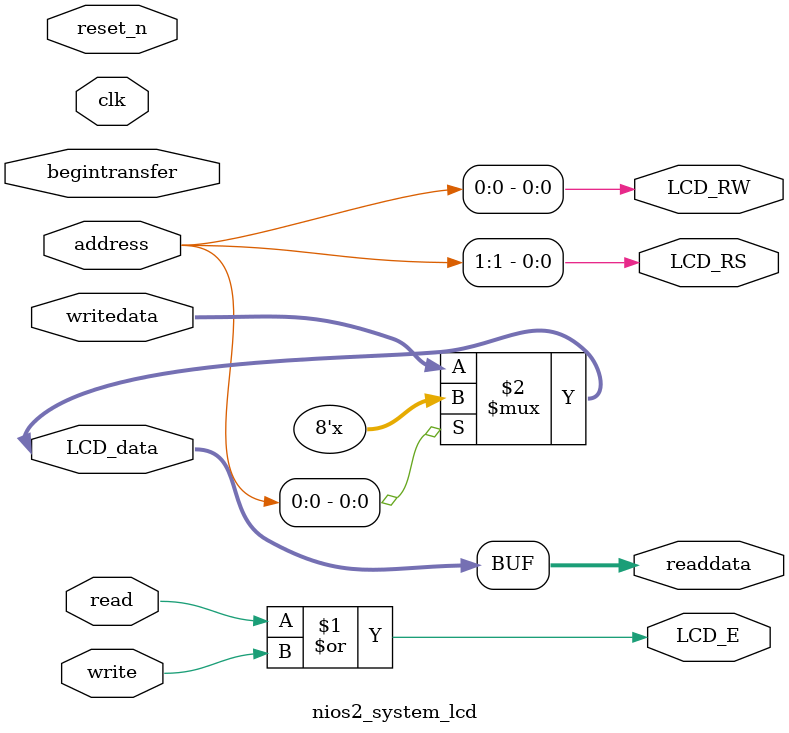
<source format=v>

`timescale 1ns / 1ps
// synthesis translate_on

// turn off superfluous verilog processor warnings 
// altera message_level Level1 
// altera message_off 10034 10035 10036 10037 10230 10240 10030 

module nios2_system_lcd (
                          // inputs:
                           address,
                           begintransfer,
                           clk,
                           read,
                           reset_n,
                           write,
                           writedata,

                          // outputs:
                           LCD_E,
                           LCD_RS,
                           LCD_RW,
                           LCD_data,
                           readdata
                        )
;

  output           LCD_E;
  output           LCD_RS;
  output           LCD_RW;
  inout   [  7: 0] LCD_data;
  output  [  7: 0] readdata;
  input   [  1: 0] address;
  input            begintransfer;
  input            clk;
  input            read;
  input            reset_n;
  input            write;
  input   [  7: 0] writedata;


wire             LCD_E;
wire             LCD_RS;
wire             LCD_RW;
wire    [  7: 0] LCD_data;
wire    [  7: 0] readdata;
  assign LCD_RW = address[0];
  assign LCD_RS = address[1];
  assign LCD_E = read | write;
  assign LCD_data = (address[0]) ? {8{1'bz}} : writedata;
  assign readdata = LCD_data;
  //control_slave, which is an e_avalon_slave

endmodule


</source>
